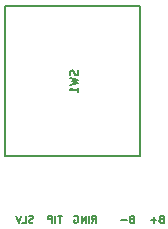
<source format=gbo>
G04 #@! TF.FileFunction,Legend,Bot*
%FSLAX46Y46*%
G04 Gerber Fmt 4.6, Leading zero omitted, Abs format (unit mm)*
G04 Created by KiCad (PCBNEW 4.0.4-1.fc24-product) date Wed Jun 13 13:25:42 2018*
%MOMM*%
%LPD*%
G01*
G04 APERTURE LIST*
%ADD10C,0.100000*%
%ADD11C,0.150000*%
G04 APERTURE END LIST*
D10*
D11*
X140371428Y-118842857D02*
X140285714Y-118871429D01*
X140142857Y-118871429D01*
X140085714Y-118842857D01*
X140057143Y-118814286D01*
X140028571Y-118757143D01*
X140028571Y-118700000D01*
X140057143Y-118642857D01*
X140085714Y-118614286D01*
X140142857Y-118585714D01*
X140257143Y-118557143D01*
X140314285Y-118528571D01*
X140342857Y-118500000D01*
X140371428Y-118442857D01*
X140371428Y-118385714D01*
X140342857Y-118328571D01*
X140314285Y-118300000D01*
X140257143Y-118271429D01*
X140114285Y-118271429D01*
X140028571Y-118300000D01*
X139485714Y-118871429D02*
X139771428Y-118871429D01*
X139771428Y-118271429D01*
X139371428Y-118271429D02*
X139171428Y-118871429D01*
X138971428Y-118271429D01*
X142814285Y-118271429D02*
X142471428Y-118271429D01*
X142642857Y-118871429D02*
X142642857Y-118271429D01*
X142271428Y-118871429D02*
X142271428Y-118271429D01*
X141985714Y-118871429D02*
X141985714Y-118271429D01*
X141757142Y-118271429D01*
X141700000Y-118300000D01*
X141671428Y-118328571D01*
X141642857Y-118385714D01*
X141642857Y-118471429D01*
X141671428Y-118528571D01*
X141700000Y-118557143D01*
X141757142Y-118585714D01*
X141985714Y-118585714D01*
X145371428Y-118871429D02*
X145571428Y-118585714D01*
X145714285Y-118871429D02*
X145714285Y-118271429D01*
X145485713Y-118271429D01*
X145428571Y-118300000D01*
X145399999Y-118328571D01*
X145371428Y-118385714D01*
X145371428Y-118471429D01*
X145399999Y-118528571D01*
X145428571Y-118557143D01*
X145485713Y-118585714D01*
X145714285Y-118585714D01*
X145114285Y-118871429D02*
X145114285Y-118271429D01*
X144828571Y-118871429D02*
X144828571Y-118271429D01*
X144485714Y-118871429D01*
X144485714Y-118271429D01*
X143885714Y-118300000D02*
X143942857Y-118271429D01*
X144028571Y-118271429D01*
X144114286Y-118300000D01*
X144171428Y-118357143D01*
X144200000Y-118414286D01*
X144228571Y-118528571D01*
X144228571Y-118614286D01*
X144200000Y-118728571D01*
X144171428Y-118785714D01*
X144114286Y-118842857D01*
X144028571Y-118871429D01*
X143971428Y-118871429D01*
X143885714Y-118842857D01*
X143857143Y-118814286D01*
X143857143Y-118614286D01*
X143971428Y-118614286D01*
X151228571Y-118557143D02*
X151142857Y-118585714D01*
X151114285Y-118614286D01*
X151085714Y-118671429D01*
X151085714Y-118757143D01*
X151114285Y-118814286D01*
X151142857Y-118842857D01*
X151199999Y-118871429D01*
X151428571Y-118871429D01*
X151428571Y-118271429D01*
X151228571Y-118271429D01*
X151171428Y-118300000D01*
X151142857Y-118328571D01*
X151114285Y-118385714D01*
X151114285Y-118442857D01*
X151142857Y-118500000D01*
X151171428Y-118528571D01*
X151228571Y-118557143D01*
X151428571Y-118557143D01*
X150828571Y-118642857D02*
X150371428Y-118642857D01*
X150599999Y-118871429D02*
X150599999Y-118414286D01*
X148728571Y-118557143D02*
X148642857Y-118585714D01*
X148614285Y-118614286D01*
X148585714Y-118671429D01*
X148585714Y-118757143D01*
X148614285Y-118814286D01*
X148642857Y-118842857D01*
X148699999Y-118871429D01*
X148928571Y-118871429D01*
X148928571Y-118271429D01*
X148728571Y-118271429D01*
X148671428Y-118300000D01*
X148642857Y-118328571D01*
X148614285Y-118385714D01*
X148614285Y-118442857D01*
X148642857Y-118500000D01*
X148671428Y-118528571D01*
X148728571Y-118557143D01*
X148928571Y-118557143D01*
X148328571Y-118642857D02*
X147871428Y-118642857D01*
X138000000Y-113250000D02*
X138000000Y-100550000D01*
X138000000Y-100550000D02*
X149400000Y-100550000D01*
X149400000Y-100550000D02*
X149400000Y-113250000D01*
X149400000Y-113250000D02*
X138000000Y-113250000D01*
X144183333Y-105966666D02*
X144216667Y-106066666D01*
X144216667Y-106233333D01*
X144183333Y-106300000D01*
X144150000Y-106333333D01*
X144083333Y-106366666D01*
X144016667Y-106366666D01*
X143950000Y-106333333D01*
X143916667Y-106300000D01*
X143883333Y-106233333D01*
X143850000Y-106100000D01*
X143816667Y-106033333D01*
X143783333Y-106000000D01*
X143716667Y-105966666D01*
X143650000Y-105966666D01*
X143583333Y-106000000D01*
X143550000Y-106033333D01*
X143516667Y-106100000D01*
X143516667Y-106266666D01*
X143550000Y-106366666D01*
X143516667Y-106600000D02*
X144216667Y-106766667D01*
X143716667Y-106900000D01*
X144216667Y-107033333D01*
X143516667Y-107200000D01*
X144216667Y-107833333D02*
X144216667Y-107433333D01*
X144216667Y-107633333D02*
X143516667Y-107633333D01*
X143616667Y-107566667D01*
X143683333Y-107500000D01*
X143716667Y-107433333D01*
M02*

</source>
